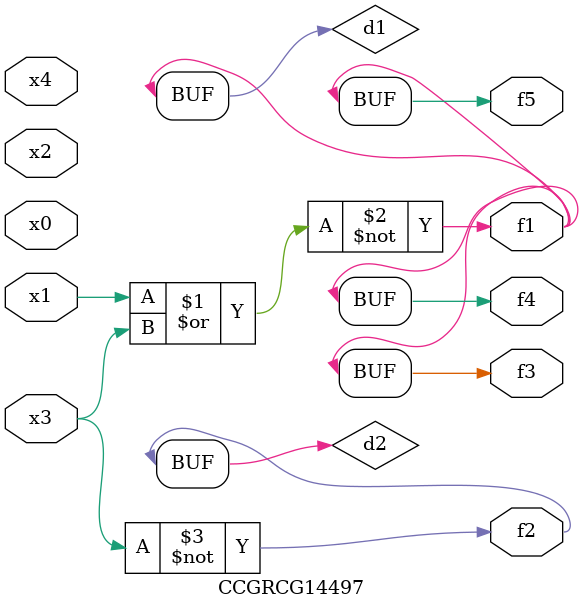
<source format=v>
module CCGRCG14497(
	input x0, x1, x2, x3, x4,
	output f1, f2, f3, f4, f5
);

	wire d1, d2;

	nor (d1, x1, x3);
	not (d2, x3);
	assign f1 = d1;
	assign f2 = d2;
	assign f3 = d1;
	assign f4 = d1;
	assign f5 = d1;
endmodule

</source>
